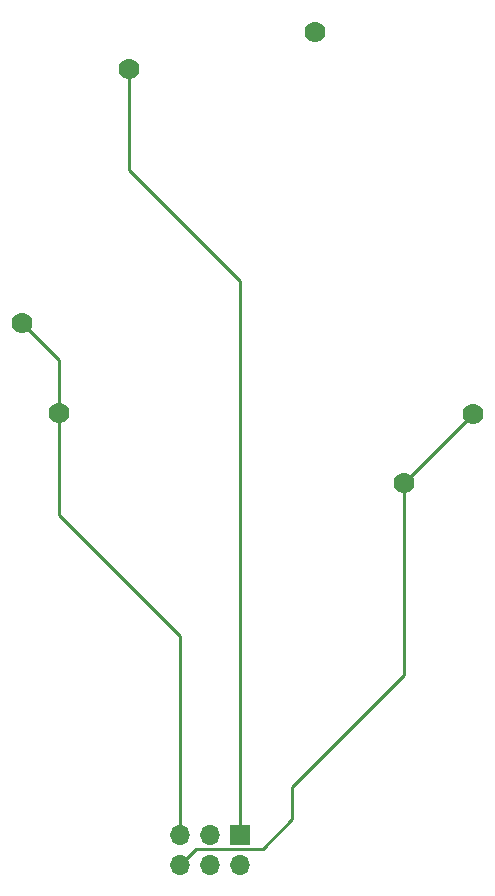
<source format=gbr>
%TF.GenerationSoftware,KiCad,Pcbnew,7.0.9*%
%TF.CreationDate,2024-02-16T18:49:11-08:00*%
%TF.ProjectId,DC32_Drear_Jeebus_SAO,44433332-5f44-4726-9561-725f4a656562,rev?*%
%TF.SameCoordinates,Original*%
%TF.FileFunction,Copper,L2,Bot*%
%TF.FilePolarity,Positive*%
%FSLAX46Y46*%
G04 Gerber Fmt 4.6, Leading zero omitted, Abs format (unit mm)*
G04 Created by KiCad (PCBNEW 7.0.9) date 2024-02-16 18:49:11*
%MOMM*%
%LPD*%
G01*
G04 APERTURE LIST*
%TA.AperFunction,ComponentPad*%
%ADD10C,1.778000*%
%TD*%
%TA.AperFunction,ComponentPad*%
%ADD11R,1.700000X1.700000*%
%TD*%
%TA.AperFunction,ComponentPad*%
%ADD12O,1.700000X1.700000*%
%TD*%
%TA.AperFunction,Conductor*%
%ADD13C,0.250000*%
%TD*%
G04 APERTURE END LIST*
D10*
%TO.P,NP1,1,IN*%
%TO.N,Net-(J1-Pin_1)*%
X143366800Y-77448600D03*
%TO.P,NP1,2,OUT*%
%TO.N,unconnected-(NP1-OUT-Pad2)*%
X159114800Y-74349800D03*
%TO.P,NP1,3,GND*%
%TO.N,Net-(J1-Pin_6)*%
X172526000Y-106658600D03*
%TO.P,NP1,4,GND*%
X166684000Y-112526000D03*
%TO.P,NP1,5,VCC*%
%TO.N,Net-(J1-Pin_5)*%
X137448600Y-106633200D03*
%TO.P,NP1,6,VCC*%
X134349800Y-98987800D03*
%TD*%
D11*
%TO.P,J1,1,Pin_1*%
%TO.N,Net-(J1-Pin_1)*%
X152800000Y-142300000D03*
D12*
%TO.P,J1,2,Pin_2*%
%TO.N,unconnected-(J1-Pin_2-Pad2)*%
X152800000Y-144840000D03*
%TO.P,J1,3,Pin_3*%
%TO.N,unconnected-(J1-Pin_3-Pad3)*%
X150260000Y-142300000D03*
%TO.P,J1,4,Pin_4*%
%TO.N,unconnected-(J1-Pin_4-Pad4)*%
X150260000Y-144840000D03*
%TO.P,J1,5,Pin_5*%
%TO.N,Net-(J1-Pin_5)*%
X147720000Y-142300000D03*
%TO.P,J1,6,Pin_6*%
%TO.N,Net-(J1-Pin_6)*%
X147720000Y-144840000D03*
%TD*%
D13*
%TO.N,Net-(J1-Pin_1)*%
X152800000Y-95449200D02*
X143366800Y-86016000D01*
X143366800Y-86016000D02*
X143366800Y-77448600D01*
X152800000Y-142300000D02*
X152800000Y-95449200D01*
%TO.N,Net-(J1-Pin_5)*%
X137448600Y-115200600D02*
X137448600Y-106633200D01*
X137448600Y-102086600D02*
X134349800Y-98987800D01*
X147720000Y-125472000D02*
X137448600Y-115200600D01*
X137448600Y-106633200D02*
X137448600Y-102086600D01*
X147720000Y-142300000D02*
X147720000Y-125472000D01*
%TO.N,Net-(J1-Pin_6)*%
X149085000Y-143475000D02*
X154725000Y-143475000D01*
X157200000Y-141000000D02*
X157200000Y-138300000D01*
X157200000Y-138300000D02*
X166684000Y-128816000D01*
X154725000Y-143475000D02*
X157200000Y-141000000D01*
X172526000Y-106684000D02*
X172526000Y-106658600D01*
X166684000Y-128816000D02*
X166684000Y-112526000D01*
X147720000Y-144840000D02*
X149085000Y-143475000D01*
X166684000Y-112526000D02*
X172526000Y-106684000D01*
%TD*%
M02*

</source>
